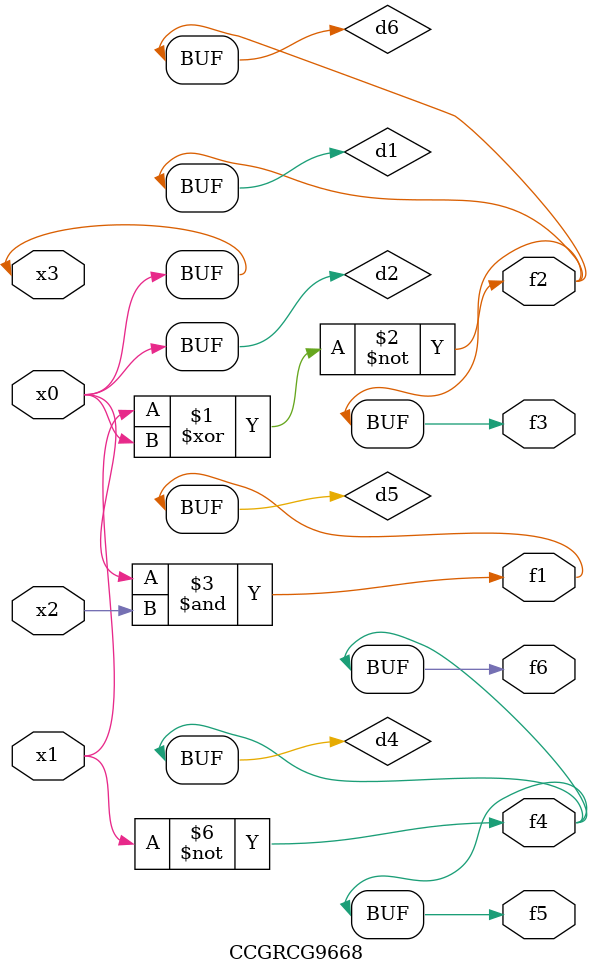
<source format=v>
module CCGRCG9668(
	input x0, x1, x2, x3,
	output f1, f2, f3, f4, f5, f6
);

	wire d1, d2, d3, d4, d5, d6;

	xnor (d1, x1, x3);
	buf (d2, x0, x3);
	nand (d3, x0, x2);
	not (d4, x1);
	nand (d5, d3);
	or (d6, d1);
	assign f1 = d5;
	assign f2 = d6;
	assign f3 = d6;
	assign f4 = d4;
	assign f5 = d4;
	assign f6 = d4;
endmodule

</source>
